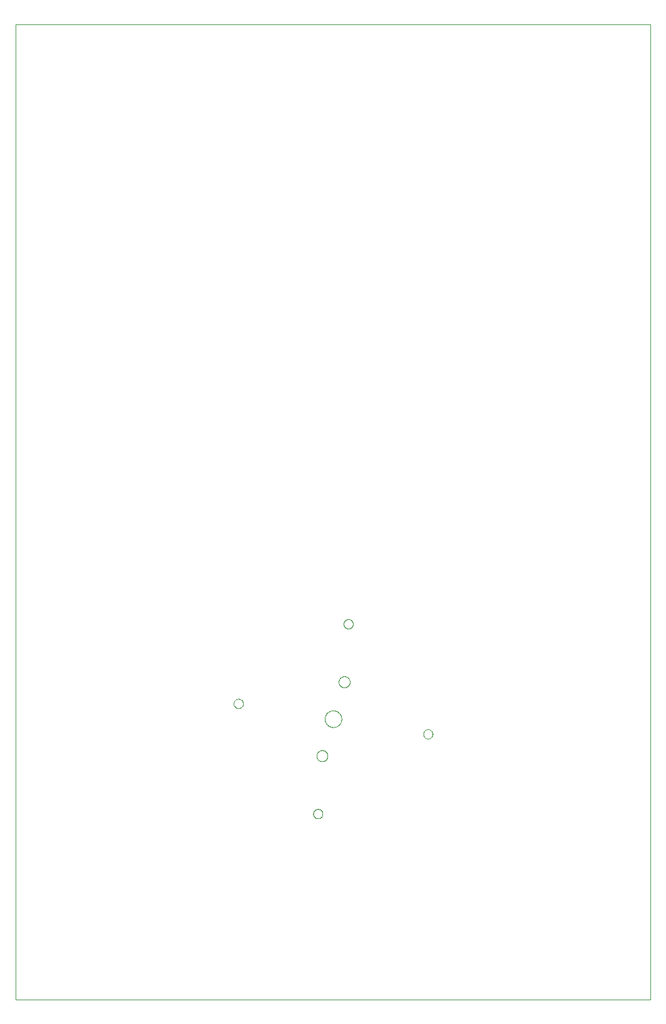
<source format=gko>
G75*
%MOIN*%
%OFA0B0*%
%FSLAX25Y25*%
%IPPOS*%
%LPD*%
%AMOC8*
5,1,8,0,0,1.08239X$1,22.5*
%
%ADD10C,0.00000*%
D10*
X0013061Y0016998D02*
X0013061Y0536683D01*
X0351644Y0536683D01*
X0351644Y0016998D01*
X0013061Y0016998D01*
X0129275Y0174707D02*
X0129277Y0174806D01*
X0129283Y0174906D01*
X0129293Y0175005D01*
X0129307Y0175103D01*
X0129324Y0175201D01*
X0129346Y0175298D01*
X0129371Y0175394D01*
X0129400Y0175489D01*
X0129433Y0175583D01*
X0129470Y0175675D01*
X0129510Y0175766D01*
X0129554Y0175855D01*
X0129602Y0175943D01*
X0129653Y0176028D01*
X0129707Y0176111D01*
X0129764Y0176193D01*
X0129825Y0176271D01*
X0129889Y0176348D01*
X0129955Y0176421D01*
X0130025Y0176492D01*
X0130097Y0176560D01*
X0130172Y0176626D01*
X0130250Y0176688D01*
X0130330Y0176747D01*
X0130412Y0176803D01*
X0130496Y0176855D01*
X0130583Y0176904D01*
X0130671Y0176950D01*
X0130761Y0176992D01*
X0130853Y0177031D01*
X0130946Y0177066D01*
X0131040Y0177097D01*
X0131136Y0177124D01*
X0131233Y0177147D01*
X0131330Y0177167D01*
X0131428Y0177183D01*
X0131527Y0177195D01*
X0131626Y0177203D01*
X0131725Y0177207D01*
X0131825Y0177207D01*
X0131924Y0177203D01*
X0132023Y0177195D01*
X0132122Y0177183D01*
X0132220Y0177167D01*
X0132317Y0177147D01*
X0132414Y0177124D01*
X0132510Y0177097D01*
X0132604Y0177066D01*
X0132697Y0177031D01*
X0132789Y0176992D01*
X0132879Y0176950D01*
X0132967Y0176904D01*
X0133054Y0176855D01*
X0133138Y0176803D01*
X0133220Y0176747D01*
X0133300Y0176688D01*
X0133378Y0176626D01*
X0133453Y0176560D01*
X0133525Y0176492D01*
X0133595Y0176421D01*
X0133661Y0176348D01*
X0133725Y0176271D01*
X0133786Y0176193D01*
X0133843Y0176111D01*
X0133897Y0176028D01*
X0133948Y0175943D01*
X0133996Y0175855D01*
X0134040Y0175766D01*
X0134080Y0175675D01*
X0134117Y0175583D01*
X0134150Y0175489D01*
X0134179Y0175394D01*
X0134204Y0175298D01*
X0134226Y0175201D01*
X0134243Y0175103D01*
X0134257Y0175005D01*
X0134267Y0174906D01*
X0134273Y0174806D01*
X0134275Y0174707D01*
X0134273Y0174608D01*
X0134267Y0174508D01*
X0134257Y0174409D01*
X0134243Y0174311D01*
X0134226Y0174213D01*
X0134204Y0174116D01*
X0134179Y0174020D01*
X0134150Y0173925D01*
X0134117Y0173831D01*
X0134080Y0173739D01*
X0134040Y0173648D01*
X0133996Y0173559D01*
X0133948Y0173471D01*
X0133897Y0173386D01*
X0133843Y0173303D01*
X0133786Y0173221D01*
X0133725Y0173143D01*
X0133661Y0173066D01*
X0133595Y0172993D01*
X0133525Y0172922D01*
X0133453Y0172854D01*
X0133378Y0172788D01*
X0133300Y0172726D01*
X0133220Y0172667D01*
X0133138Y0172611D01*
X0133054Y0172559D01*
X0132967Y0172510D01*
X0132879Y0172464D01*
X0132789Y0172422D01*
X0132697Y0172383D01*
X0132604Y0172348D01*
X0132510Y0172317D01*
X0132414Y0172290D01*
X0132317Y0172267D01*
X0132220Y0172247D01*
X0132122Y0172231D01*
X0132023Y0172219D01*
X0131924Y0172211D01*
X0131825Y0172207D01*
X0131725Y0172207D01*
X0131626Y0172211D01*
X0131527Y0172219D01*
X0131428Y0172231D01*
X0131330Y0172247D01*
X0131233Y0172267D01*
X0131136Y0172290D01*
X0131040Y0172317D01*
X0130946Y0172348D01*
X0130853Y0172383D01*
X0130761Y0172422D01*
X0130671Y0172464D01*
X0130583Y0172510D01*
X0130496Y0172559D01*
X0130412Y0172611D01*
X0130330Y0172667D01*
X0130250Y0172726D01*
X0130172Y0172788D01*
X0130097Y0172854D01*
X0130025Y0172922D01*
X0129955Y0172993D01*
X0129889Y0173066D01*
X0129825Y0173143D01*
X0129764Y0173221D01*
X0129707Y0173303D01*
X0129653Y0173386D01*
X0129602Y0173471D01*
X0129554Y0173559D01*
X0129510Y0173648D01*
X0129470Y0173739D01*
X0129433Y0173831D01*
X0129400Y0173925D01*
X0129371Y0174020D01*
X0129346Y0174116D01*
X0129324Y0174213D01*
X0129307Y0174311D01*
X0129293Y0174409D01*
X0129283Y0174508D01*
X0129277Y0174608D01*
X0129275Y0174707D01*
X0171750Y0116027D02*
X0171752Y0116126D01*
X0171758Y0116226D01*
X0171768Y0116325D01*
X0171782Y0116423D01*
X0171799Y0116521D01*
X0171821Y0116618D01*
X0171846Y0116714D01*
X0171875Y0116809D01*
X0171908Y0116903D01*
X0171945Y0116995D01*
X0171985Y0117086D01*
X0172029Y0117175D01*
X0172077Y0117263D01*
X0172128Y0117348D01*
X0172182Y0117431D01*
X0172239Y0117513D01*
X0172300Y0117591D01*
X0172364Y0117668D01*
X0172430Y0117741D01*
X0172500Y0117812D01*
X0172572Y0117880D01*
X0172647Y0117946D01*
X0172725Y0118008D01*
X0172805Y0118067D01*
X0172887Y0118123D01*
X0172971Y0118175D01*
X0173058Y0118224D01*
X0173146Y0118270D01*
X0173236Y0118312D01*
X0173328Y0118351D01*
X0173421Y0118386D01*
X0173515Y0118417D01*
X0173611Y0118444D01*
X0173708Y0118467D01*
X0173805Y0118487D01*
X0173903Y0118503D01*
X0174002Y0118515D01*
X0174101Y0118523D01*
X0174200Y0118527D01*
X0174300Y0118527D01*
X0174399Y0118523D01*
X0174498Y0118515D01*
X0174597Y0118503D01*
X0174695Y0118487D01*
X0174792Y0118467D01*
X0174889Y0118444D01*
X0174985Y0118417D01*
X0175079Y0118386D01*
X0175172Y0118351D01*
X0175264Y0118312D01*
X0175354Y0118270D01*
X0175442Y0118224D01*
X0175529Y0118175D01*
X0175613Y0118123D01*
X0175695Y0118067D01*
X0175775Y0118008D01*
X0175853Y0117946D01*
X0175928Y0117880D01*
X0176000Y0117812D01*
X0176070Y0117741D01*
X0176136Y0117668D01*
X0176200Y0117591D01*
X0176261Y0117513D01*
X0176318Y0117431D01*
X0176372Y0117348D01*
X0176423Y0117263D01*
X0176471Y0117175D01*
X0176515Y0117086D01*
X0176555Y0116995D01*
X0176592Y0116903D01*
X0176625Y0116809D01*
X0176654Y0116714D01*
X0176679Y0116618D01*
X0176701Y0116521D01*
X0176718Y0116423D01*
X0176732Y0116325D01*
X0176742Y0116226D01*
X0176748Y0116126D01*
X0176750Y0116027D01*
X0176748Y0115928D01*
X0176742Y0115828D01*
X0176732Y0115729D01*
X0176718Y0115631D01*
X0176701Y0115533D01*
X0176679Y0115436D01*
X0176654Y0115340D01*
X0176625Y0115245D01*
X0176592Y0115151D01*
X0176555Y0115059D01*
X0176515Y0114968D01*
X0176471Y0114879D01*
X0176423Y0114791D01*
X0176372Y0114706D01*
X0176318Y0114623D01*
X0176261Y0114541D01*
X0176200Y0114463D01*
X0176136Y0114386D01*
X0176070Y0114313D01*
X0176000Y0114242D01*
X0175928Y0114174D01*
X0175853Y0114108D01*
X0175775Y0114046D01*
X0175695Y0113987D01*
X0175613Y0113931D01*
X0175529Y0113879D01*
X0175442Y0113830D01*
X0175354Y0113784D01*
X0175264Y0113742D01*
X0175172Y0113703D01*
X0175079Y0113668D01*
X0174985Y0113637D01*
X0174889Y0113610D01*
X0174792Y0113587D01*
X0174695Y0113567D01*
X0174597Y0113551D01*
X0174498Y0113539D01*
X0174399Y0113531D01*
X0174300Y0113527D01*
X0174200Y0113527D01*
X0174101Y0113531D01*
X0174002Y0113539D01*
X0173903Y0113551D01*
X0173805Y0113567D01*
X0173708Y0113587D01*
X0173611Y0113610D01*
X0173515Y0113637D01*
X0173421Y0113668D01*
X0173328Y0113703D01*
X0173236Y0113742D01*
X0173146Y0113784D01*
X0173058Y0113830D01*
X0172971Y0113879D01*
X0172887Y0113931D01*
X0172805Y0113987D01*
X0172725Y0114046D01*
X0172647Y0114108D01*
X0172572Y0114174D01*
X0172500Y0114242D01*
X0172430Y0114313D01*
X0172364Y0114386D01*
X0172300Y0114463D01*
X0172239Y0114541D01*
X0172182Y0114623D01*
X0172128Y0114706D01*
X0172077Y0114791D01*
X0172029Y0114879D01*
X0171985Y0114968D01*
X0171945Y0115059D01*
X0171908Y0115151D01*
X0171875Y0115245D01*
X0171846Y0115340D01*
X0171821Y0115436D01*
X0171799Y0115533D01*
X0171782Y0115631D01*
X0171768Y0115729D01*
X0171758Y0115828D01*
X0171752Y0115928D01*
X0171750Y0116027D01*
X0173494Y0146919D02*
X0173496Y0147027D01*
X0173502Y0147136D01*
X0173512Y0147244D01*
X0173526Y0147351D01*
X0173544Y0147458D01*
X0173565Y0147565D01*
X0173591Y0147670D01*
X0173621Y0147775D01*
X0173654Y0147878D01*
X0173691Y0147980D01*
X0173732Y0148080D01*
X0173776Y0148179D01*
X0173825Y0148277D01*
X0173876Y0148372D01*
X0173931Y0148465D01*
X0173990Y0148557D01*
X0174052Y0148646D01*
X0174117Y0148733D01*
X0174185Y0148817D01*
X0174256Y0148899D01*
X0174330Y0148978D01*
X0174407Y0149054D01*
X0174487Y0149128D01*
X0174570Y0149198D01*
X0174655Y0149266D01*
X0174742Y0149330D01*
X0174832Y0149391D01*
X0174924Y0149449D01*
X0175018Y0149503D01*
X0175114Y0149554D01*
X0175211Y0149601D01*
X0175311Y0149645D01*
X0175412Y0149685D01*
X0175514Y0149721D01*
X0175617Y0149753D01*
X0175722Y0149782D01*
X0175828Y0149806D01*
X0175934Y0149827D01*
X0176041Y0149844D01*
X0176149Y0149857D01*
X0176257Y0149866D01*
X0176366Y0149871D01*
X0176474Y0149872D01*
X0176583Y0149869D01*
X0176691Y0149862D01*
X0176799Y0149851D01*
X0176906Y0149836D01*
X0177013Y0149817D01*
X0177119Y0149794D01*
X0177224Y0149768D01*
X0177329Y0149737D01*
X0177431Y0149703D01*
X0177533Y0149665D01*
X0177633Y0149623D01*
X0177732Y0149578D01*
X0177829Y0149529D01*
X0177923Y0149476D01*
X0178016Y0149420D01*
X0178107Y0149361D01*
X0178196Y0149298D01*
X0178282Y0149233D01*
X0178366Y0149164D01*
X0178447Y0149092D01*
X0178525Y0149017D01*
X0178601Y0148939D01*
X0178674Y0148858D01*
X0178744Y0148775D01*
X0178810Y0148690D01*
X0178874Y0148602D01*
X0178934Y0148511D01*
X0178991Y0148419D01*
X0179044Y0148324D01*
X0179094Y0148228D01*
X0179140Y0148130D01*
X0179183Y0148030D01*
X0179222Y0147929D01*
X0179257Y0147826D01*
X0179289Y0147723D01*
X0179316Y0147618D01*
X0179340Y0147512D01*
X0179360Y0147405D01*
X0179376Y0147298D01*
X0179388Y0147190D01*
X0179396Y0147082D01*
X0179400Y0146973D01*
X0179400Y0146865D01*
X0179396Y0146756D01*
X0179388Y0146648D01*
X0179376Y0146540D01*
X0179360Y0146433D01*
X0179340Y0146326D01*
X0179316Y0146220D01*
X0179289Y0146115D01*
X0179257Y0146012D01*
X0179222Y0145909D01*
X0179183Y0145808D01*
X0179140Y0145708D01*
X0179094Y0145610D01*
X0179044Y0145514D01*
X0178991Y0145419D01*
X0178934Y0145327D01*
X0178874Y0145236D01*
X0178810Y0145148D01*
X0178744Y0145063D01*
X0178674Y0144980D01*
X0178601Y0144899D01*
X0178525Y0144821D01*
X0178447Y0144746D01*
X0178366Y0144674D01*
X0178282Y0144605D01*
X0178196Y0144540D01*
X0178107Y0144477D01*
X0178016Y0144418D01*
X0177924Y0144362D01*
X0177829Y0144309D01*
X0177732Y0144260D01*
X0177633Y0144215D01*
X0177533Y0144173D01*
X0177431Y0144135D01*
X0177329Y0144101D01*
X0177224Y0144070D01*
X0177119Y0144044D01*
X0177013Y0144021D01*
X0176906Y0144002D01*
X0176799Y0143987D01*
X0176691Y0143976D01*
X0176583Y0143969D01*
X0176474Y0143966D01*
X0176366Y0143967D01*
X0176257Y0143972D01*
X0176149Y0143981D01*
X0176041Y0143994D01*
X0175934Y0144011D01*
X0175828Y0144032D01*
X0175722Y0144056D01*
X0175617Y0144085D01*
X0175514Y0144117D01*
X0175412Y0144153D01*
X0175311Y0144193D01*
X0175211Y0144237D01*
X0175114Y0144284D01*
X0175018Y0144335D01*
X0174924Y0144389D01*
X0174832Y0144447D01*
X0174742Y0144508D01*
X0174655Y0144572D01*
X0174570Y0144640D01*
X0174487Y0144710D01*
X0174407Y0144784D01*
X0174330Y0144860D01*
X0174256Y0144939D01*
X0174185Y0145021D01*
X0174117Y0145105D01*
X0174052Y0145192D01*
X0173990Y0145281D01*
X0173931Y0145373D01*
X0173876Y0145466D01*
X0173825Y0145561D01*
X0173776Y0145659D01*
X0173732Y0145758D01*
X0173691Y0145858D01*
X0173654Y0145960D01*
X0173621Y0146063D01*
X0173591Y0146168D01*
X0173565Y0146273D01*
X0173544Y0146380D01*
X0173526Y0146487D01*
X0173512Y0146594D01*
X0173502Y0146702D01*
X0173496Y0146811D01*
X0173494Y0146919D01*
X0177902Y0166604D02*
X0177904Y0166737D01*
X0177910Y0166870D01*
X0177920Y0167003D01*
X0177934Y0167135D01*
X0177952Y0167267D01*
X0177974Y0167399D01*
X0177999Y0167529D01*
X0178029Y0167659D01*
X0178062Y0167788D01*
X0178100Y0167916D01*
X0178141Y0168042D01*
X0178186Y0168168D01*
X0178234Y0168292D01*
X0178287Y0168414D01*
X0178343Y0168535D01*
X0178402Y0168654D01*
X0178465Y0168771D01*
X0178532Y0168886D01*
X0178602Y0169000D01*
X0178675Y0169111D01*
X0178752Y0169220D01*
X0178832Y0169326D01*
X0178915Y0169430D01*
X0179001Y0169532D01*
X0179090Y0169631D01*
X0179182Y0169727D01*
X0179277Y0169820D01*
X0179374Y0169911D01*
X0179475Y0169999D01*
X0179577Y0170083D01*
X0179683Y0170165D01*
X0179791Y0170243D01*
X0179901Y0170318D01*
X0180013Y0170390D01*
X0180127Y0170458D01*
X0180243Y0170523D01*
X0180361Y0170584D01*
X0180481Y0170642D01*
X0180603Y0170696D01*
X0180726Y0170746D01*
X0180851Y0170793D01*
X0180977Y0170836D01*
X0181104Y0170875D01*
X0181232Y0170911D01*
X0181362Y0170942D01*
X0181492Y0170970D01*
X0181623Y0170994D01*
X0181755Y0171014D01*
X0181887Y0171030D01*
X0182019Y0171042D01*
X0182152Y0171050D01*
X0182285Y0171054D01*
X0182419Y0171054D01*
X0182552Y0171050D01*
X0182685Y0171042D01*
X0182817Y0171030D01*
X0182949Y0171014D01*
X0183081Y0170994D01*
X0183212Y0170970D01*
X0183342Y0170942D01*
X0183472Y0170911D01*
X0183600Y0170875D01*
X0183727Y0170836D01*
X0183853Y0170793D01*
X0183978Y0170746D01*
X0184101Y0170696D01*
X0184223Y0170642D01*
X0184343Y0170584D01*
X0184461Y0170523D01*
X0184577Y0170458D01*
X0184691Y0170390D01*
X0184803Y0170318D01*
X0184913Y0170243D01*
X0185021Y0170165D01*
X0185127Y0170083D01*
X0185229Y0169999D01*
X0185330Y0169911D01*
X0185427Y0169820D01*
X0185522Y0169727D01*
X0185614Y0169631D01*
X0185703Y0169532D01*
X0185789Y0169430D01*
X0185872Y0169326D01*
X0185952Y0169220D01*
X0186029Y0169111D01*
X0186102Y0169000D01*
X0186172Y0168886D01*
X0186239Y0168771D01*
X0186302Y0168654D01*
X0186361Y0168535D01*
X0186417Y0168414D01*
X0186470Y0168292D01*
X0186518Y0168168D01*
X0186563Y0168042D01*
X0186604Y0167916D01*
X0186642Y0167788D01*
X0186675Y0167659D01*
X0186705Y0167529D01*
X0186730Y0167399D01*
X0186752Y0167267D01*
X0186770Y0167135D01*
X0186784Y0167003D01*
X0186794Y0166870D01*
X0186800Y0166737D01*
X0186802Y0166604D01*
X0186800Y0166471D01*
X0186794Y0166338D01*
X0186784Y0166205D01*
X0186770Y0166073D01*
X0186752Y0165941D01*
X0186730Y0165809D01*
X0186705Y0165679D01*
X0186675Y0165549D01*
X0186642Y0165420D01*
X0186604Y0165292D01*
X0186563Y0165166D01*
X0186518Y0165040D01*
X0186470Y0164916D01*
X0186417Y0164794D01*
X0186361Y0164673D01*
X0186302Y0164554D01*
X0186239Y0164437D01*
X0186172Y0164322D01*
X0186102Y0164208D01*
X0186029Y0164097D01*
X0185952Y0163988D01*
X0185872Y0163882D01*
X0185789Y0163778D01*
X0185703Y0163676D01*
X0185614Y0163577D01*
X0185522Y0163481D01*
X0185427Y0163388D01*
X0185330Y0163297D01*
X0185229Y0163209D01*
X0185127Y0163125D01*
X0185021Y0163043D01*
X0184913Y0162965D01*
X0184803Y0162890D01*
X0184691Y0162818D01*
X0184577Y0162750D01*
X0184461Y0162685D01*
X0184343Y0162624D01*
X0184223Y0162566D01*
X0184101Y0162512D01*
X0183978Y0162462D01*
X0183853Y0162415D01*
X0183727Y0162372D01*
X0183600Y0162333D01*
X0183472Y0162297D01*
X0183342Y0162266D01*
X0183212Y0162238D01*
X0183081Y0162214D01*
X0182949Y0162194D01*
X0182817Y0162178D01*
X0182685Y0162166D01*
X0182552Y0162158D01*
X0182419Y0162154D01*
X0182285Y0162154D01*
X0182152Y0162158D01*
X0182019Y0162166D01*
X0181887Y0162178D01*
X0181755Y0162194D01*
X0181623Y0162214D01*
X0181492Y0162238D01*
X0181362Y0162266D01*
X0181232Y0162297D01*
X0181104Y0162333D01*
X0180977Y0162372D01*
X0180851Y0162415D01*
X0180726Y0162462D01*
X0180603Y0162512D01*
X0180481Y0162566D01*
X0180361Y0162624D01*
X0180243Y0162685D01*
X0180127Y0162750D01*
X0180013Y0162818D01*
X0179901Y0162890D01*
X0179791Y0162965D01*
X0179683Y0163043D01*
X0179577Y0163125D01*
X0179475Y0163209D01*
X0179374Y0163297D01*
X0179277Y0163388D01*
X0179182Y0163481D01*
X0179090Y0163577D01*
X0179001Y0163676D01*
X0178915Y0163778D01*
X0178832Y0163882D01*
X0178752Y0163988D01*
X0178675Y0164097D01*
X0178602Y0164208D01*
X0178532Y0164322D01*
X0178465Y0164437D01*
X0178402Y0164554D01*
X0178343Y0164673D01*
X0178287Y0164794D01*
X0178234Y0164916D01*
X0178186Y0165040D01*
X0178141Y0165166D01*
X0178100Y0165292D01*
X0178062Y0165420D01*
X0178029Y0165549D01*
X0177999Y0165679D01*
X0177974Y0165809D01*
X0177952Y0165941D01*
X0177934Y0166073D01*
X0177920Y0166205D01*
X0177910Y0166338D01*
X0177904Y0166471D01*
X0177902Y0166604D01*
X0185305Y0186289D02*
X0185307Y0186397D01*
X0185313Y0186506D01*
X0185323Y0186614D01*
X0185337Y0186721D01*
X0185355Y0186828D01*
X0185376Y0186935D01*
X0185402Y0187040D01*
X0185432Y0187145D01*
X0185465Y0187248D01*
X0185502Y0187350D01*
X0185543Y0187450D01*
X0185587Y0187549D01*
X0185636Y0187647D01*
X0185687Y0187742D01*
X0185742Y0187835D01*
X0185801Y0187927D01*
X0185863Y0188016D01*
X0185928Y0188103D01*
X0185996Y0188187D01*
X0186067Y0188269D01*
X0186141Y0188348D01*
X0186218Y0188424D01*
X0186298Y0188498D01*
X0186381Y0188568D01*
X0186466Y0188636D01*
X0186553Y0188700D01*
X0186643Y0188761D01*
X0186735Y0188819D01*
X0186829Y0188873D01*
X0186925Y0188924D01*
X0187022Y0188971D01*
X0187122Y0189015D01*
X0187223Y0189055D01*
X0187325Y0189091D01*
X0187428Y0189123D01*
X0187533Y0189152D01*
X0187639Y0189176D01*
X0187745Y0189197D01*
X0187852Y0189214D01*
X0187960Y0189227D01*
X0188068Y0189236D01*
X0188177Y0189241D01*
X0188285Y0189242D01*
X0188394Y0189239D01*
X0188502Y0189232D01*
X0188610Y0189221D01*
X0188717Y0189206D01*
X0188824Y0189187D01*
X0188930Y0189164D01*
X0189035Y0189138D01*
X0189140Y0189107D01*
X0189242Y0189073D01*
X0189344Y0189035D01*
X0189444Y0188993D01*
X0189543Y0188948D01*
X0189640Y0188899D01*
X0189734Y0188846D01*
X0189827Y0188790D01*
X0189918Y0188731D01*
X0190007Y0188668D01*
X0190093Y0188603D01*
X0190177Y0188534D01*
X0190258Y0188462D01*
X0190336Y0188387D01*
X0190412Y0188309D01*
X0190485Y0188228D01*
X0190555Y0188145D01*
X0190621Y0188060D01*
X0190685Y0187972D01*
X0190745Y0187881D01*
X0190802Y0187789D01*
X0190855Y0187694D01*
X0190905Y0187598D01*
X0190951Y0187500D01*
X0190994Y0187400D01*
X0191033Y0187299D01*
X0191068Y0187196D01*
X0191100Y0187093D01*
X0191127Y0186988D01*
X0191151Y0186882D01*
X0191171Y0186775D01*
X0191187Y0186668D01*
X0191199Y0186560D01*
X0191207Y0186452D01*
X0191211Y0186343D01*
X0191211Y0186235D01*
X0191207Y0186126D01*
X0191199Y0186018D01*
X0191187Y0185910D01*
X0191171Y0185803D01*
X0191151Y0185696D01*
X0191127Y0185590D01*
X0191100Y0185485D01*
X0191068Y0185382D01*
X0191033Y0185279D01*
X0190994Y0185178D01*
X0190951Y0185078D01*
X0190905Y0184980D01*
X0190855Y0184884D01*
X0190802Y0184789D01*
X0190745Y0184697D01*
X0190685Y0184606D01*
X0190621Y0184518D01*
X0190555Y0184433D01*
X0190485Y0184350D01*
X0190412Y0184269D01*
X0190336Y0184191D01*
X0190258Y0184116D01*
X0190177Y0184044D01*
X0190093Y0183975D01*
X0190007Y0183910D01*
X0189918Y0183847D01*
X0189827Y0183788D01*
X0189735Y0183732D01*
X0189640Y0183679D01*
X0189543Y0183630D01*
X0189444Y0183585D01*
X0189344Y0183543D01*
X0189242Y0183505D01*
X0189140Y0183471D01*
X0189035Y0183440D01*
X0188930Y0183414D01*
X0188824Y0183391D01*
X0188717Y0183372D01*
X0188610Y0183357D01*
X0188502Y0183346D01*
X0188394Y0183339D01*
X0188285Y0183336D01*
X0188177Y0183337D01*
X0188068Y0183342D01*
X0187960Y0183351D01*
X0187852Y0183364D01*
X0187745Y0183381D01*
X0187639Y0183402D01*
X0187533Y0183426D01*
X0187428Y0183455D01*
X0187325Y0183487D01*
X0187223Y0183523D01*
X0187122Y0183563D01*
X0187022Y0183607D01*
X0186925Y0183654D01*
X0186829Y0183705D01*
X0186735Y0183759D01*
X0186643Y0183817D01*
X0186553Y0183878D01*
X0186466Y0183942D01*
X0186381Y0184010D01*
X0186298Y0184080D01*
X0186218Y0184154D01*
X0186141Y0184230D01*
X0186067Y0184309D01*
X0185996Y0184391D01*
X0185928Y0184475D01*
X0185863Y0184562D01*
X0185801Y0184651D01*
X0185742Y0184743D01*
X0185687Y0184836D01*
X0185636Y0184931D01*
X0185587Y0185029D01*
X0185543Y0185128D01*
X0185502Y0185228D01*
X0185465Y0185330D01*
X0185432Y0185433D01*
X0185402Y0185538D01*
X0185376Y0185643D01*
X0185355Y0185750D01*
X0185337Y0185857D01*
X0185323Y0185964D01*
X0185313Y0186072D01*
X0185307Y0186181D01*
X0185305Y0186289D01*
X0187955Y0217182D02*
X0187957Y0217281D01*
X0187963Y0217381D01*
X0187973Y0217480D01*
X0187987Y0217578D01*
X0188004Y0217676D01*
X0188026Y0217773D01*
X0188051Y0217869D01*
X0188080Y0217964D01*
X0188113Y0218058D01*
X0188150Y0218150D01*
X0188190Y0218241D01*
X0188234Y0218330D01*
X0188282Y0218418D01*
X0188333Y0218503D01*
X0188387Y0218586D01*
X0188444Y0218668D01*
X0188505Y0218746D01*
X0188569Y0218823D01*
X0188635Y0218896D01*
X0188705Y0218967D01*
X0188777Y0219035D01*
X0188852Y0219101D01*
X0188930Y0219163D01*
X0189010Y0219222D01*
X0189092Y0219278D01*
X0189176Y0219330D01*
X0189263Y0219379D01*
X0189351Y0219425D01*
X0189441Y0219467D01*
X0189533Y0219506D01*
X0189626Y0219541D01*
X0189720Y0219572D01*
X0189816Y0219599D01*
X0189913Y0219622D01*
X0190010Y0219642D01*
X0190108Y0219658D01*
X0190207Y0219670D01*
X0190306Y0219678D01*
X0190405Y0219682D01*
X0190505Y0219682D01*
X0190604Y0219678D01*
X0190703Y0219670D01*
X0190802Y0219658D01*
X0190900Y0219642D01*
X0190997Y0219622D01*
X0191094Y0219599D01*
X0191190Y0219572D01*
X0191284Y0219541D01*
X0191377Y0219506D01*
X0191469Y0219467D01*
X0191559Y0219425D01*
X0191647Y0219379D01*
X0191734Y0219330D01*
X0191818Y0219278D01*
X0191900Y0219222D01*
X0191980Y0219163D01*
X0192058Y0219101D01*
X0192133Y0219035D01*
X0192205Y0218967D01*
X0192275Y0218896D01*
X0192341Y0218823D01*
X0192405Y0218746D01*
X0192466Y0218668D01*
X0192523Y0218586D01*
X0192577Y0218503D01*
X0192628Y0218418D01*
X0192676Y0218330D01*
X0192720Y0218241D01*
X0192760Y0218150D01*
X0192797Y0218058D01*
X0192830Y0217964D01*
X0192859Y0217869D01*
X0192884Y0217773D01*
X0192906Y0217676D01*
X0192923Y0217578D01*
X0192937Y0217480D01*
X0192947Y0217381D01*
X0192953Y0217281D01*
X0192955Y0217182D01*
X0192953Y0217083D01*
X0192947Y0216983D01*
X0192937Y0216884D01*
X0192923Y0216786D01*
X0192906Y0216688D01*
X0192884Y0216591D01*
X0192859Y0216495D01*
X0192830Y0216400D01*
X0192797Y0216306D01*
X0192760Y0216214D01*
X0192720Y0216123D01*
X0192676Y0216034D01*
X0192628Y0215946D01*
X0192577Y0215861D01*
X0192523Y0215778D01*
X0192466Y0215696D01*
X0192405Y0215618D01*
X0192341Y0215541D01*
X0192275Y0215468D01*
X0192205Y0215397D01*
X0192133Y0215329D01*
X0192058Y0215263D01*
X0191980Y0215201D01*
X0191900Y0215142D01*
X0191818Y0215086D01*
X0191734Y0215034D01*
X0191647Y0214985D01*
X0191559Y0214939D01*
X0191469Y0214897D01*
X0191377Y0214858D01*
X0191284Y0214823D01*
X0191190Y0214792D01*
X0191094Y0214765D01*
X0190997Y0214742D01*
X0190900Y0214722D01*
X0190802Y0214706D01*
X0190703Y0214694D01*
X0190604Y0214686D01*
X0190505Y0214682D01*
X0190405Y0214682D01*
X0190306Y0214686D01*
X0190207Y0214694D01*
X0190108Y0214706D01*
X0190010Y0214722D01*
X0189913Y0214742D01*
X0189816Y0214765D01*
X0189720Y0214792D01*
X0189626Y0214823D01*
X0189533Y0214858D01*
X0189441Y0214897D01*
X0189351Y0214939D01*
X0189263Y0214985D01*
X0189176Y0215034D01*
X0189092Y0215086D01*
X0189010Y0215142D01*
X0188930Y0215201D01*
X0188852Y0215263D01*
X0188777Y0215329D01*
X0188705Y0215397D01*
X0188635Y0215468D01*
X0188569Y0215541D01*
X0188505Y0215618D01*
X0188444Y0215696D01*
X0188387Y0215778D01*
X0188333Y0215861D01*
X0188282Y0215946D01*
X0188234Y0216034D01*
X0188190Y0216123D01*
X0188150Y0216214D01*
X0188113Y0216306D01*
X0188080Y0216400D01*
X0188051Y0216495D01*
X0188026Y0216591D01*
X0188004Y0216688D01*
X0187987Y0216786D01*
X0187973Y0216884D01*
X0187963Y0216983D01*
X0187957Y0217083D01*
X0187955Y0217182D01*
X0230430Y0158502D02*
X0230432Y0158601D01*
X0230438Y0158701D01*
X0230448Y0158800D01*
X0230462Y0158898D01*
X0230479Y0158996D01*
X0230501Y0159093D01*
X0230526Y0159189D01*
X0230555Y0159284D01*
X0230588Y0159378D01*
X0230625Y0159470D01*
X0230665Y0159561D01*
X0230709Y0159650D01*
X0230757Y0159738D01*
X0230808Y0159823D01*
X0230862Y0159906D01*
X0230919Y0159988D01*
X0230980Y0160066D01*
X0231044Y0160143D01*
X0231110Y0160216D01*
X0231180Y0160287D01*
X0231252Y0160355D01*
X0231327Y0160421D01*
X0231405Y0160483D01*
X0231485Y0160542D01*
X0231567Y0160598D01*
X0231651Y0160650D01*
X0231738Y0160699D01*
X0231826Y0160745D01*
X0231916Y0160787D01*
X0232008Y0160826D01*
X0232101Y0160861D01*
X0232195Y0160892D01*
X0232291Y0160919D01*
X0232388Y0160942D01*
X0232485Y0160962D01*
X0232583Y0160978D01*
X0232682Y0160990D01*
X0232781Y0160998D01*
X0232880Y0161002D01*
X0232980Y0161002D01*
X0233079Y0160998D01*
X0233178Y0160990D01*
X0233277Y0160978D01*
X0233375Y0160962D01*
X0233472Y0160942D01*
X0233569Y0160919D01*
X0233665Y0160892D01*
X0233759Y0160861D01*
X0233852Y0160826D01*
X0233944Y0160787D01*
X0234034Y0160745D01*
X0234122Y0160699D01*
X0234209Y0160650D01*
X0234293Y0160598D01*
X0234375Y0160542D01*
X0234455Y0160483D01*
X0234533Y0160421D01*
X0234608Y0160355D01*
X0234680Y0160287D01*
X0234750Y0160216D01*
X0234816Y0160143D01*
X0234880Y0160066D01*
X0234941Y0159988D01*
X0234998Y0159906D01*
X0235052Y0159823D01*
X0235103Y0159738D01*
X0235151Y0159650D01*
X0235195Y0159561D01*
X0235235Y0159470D01*
X0235272Y0159378D01*
X0235305Y0159284D01*
X0235334Y0159189D01*
X0235359Y0159093D01*
X0235381Y0158996D01*
X0235398Y0158898D01*
X0235412Y0158800D01*
X0235422Y0158701D01*
X0235428Y0158601D01*
X0235430Y0158502D01*
X0235428Y0158403D01*
X0235422Y0158303D01*
X0235412Y0158204D01*
X0235398Y0158106D01*
X0235381Y0158008D01*
X0235359Y0157911D01*
X0235334Y0157815D01*
X0235305Y0157720D01*
X0235272Y0157626D01*
X0235235Y0157534D01*
X0235195Y0157443D01*
X0235151Y0157354D01*
X0235103Y0157266D01*
X0235052Y0157181D01*
X0234998Y0157098D01*
X0234941Y0157016D01*
X0234880Y0156938D01*
X0234816Y0156861D01*
X0234750Y0156788D01*
X0234680Y0156717D01*
X0234608Y0156649D01*
X0234533Y0156583D01*
X0234455Y0156521D01*
X0234375Y0156462D01*
X0234293Y0156406D01*
X0234209Y0156354D01*
X0234122Y0156305D01*
X0234034Y0156259D01*
X0233944Y0156217D01*
X0233852Y0156178D01*
X0233759Y0156143D01*
X0233665Y0156112D01*
X0233569Y0156085D01*
X0233472Y0156062D01*
X0233375Y0156042D01*
X0233277Y0156026D01*
X0233178Y0156014D01*
X0233079Y0156006D01*
X0232980Y0156002D01*
X0232880Y0156002D01*
X0232781Y0156006D01*
X0232682Y0156014D01*
X0232583Y0156026D01*
X0232485Y0156042D01*
X0232388Y0156062D01*
X0232291Y0156085D01*
X0232195Y0156112D01*
X0232101Y0156143D01*
X0232008Y0156178D01*
X0231916Y0156217D01*
X0231826Y0156259D01*
X0231738Y0156305D01*
X0231651Y0156354D01*
X0231567Y0156406D01*
X0231485Y0156462D01*
X0231405Y0156521D01*
X0231327Y0156583D01*
X0231252Y0156649D01*
X0231180Y0156717D01*
X0231110Y0156788D01*
X0231044Y0156861D01*
X0230980Y0156938D01*
X0230919Y0157016D01*
X0230862Y0157098D01*
X0230808Y0157181D01*
X0230757Y0157266D01*
X0230709Y0157354D01*
X0230665Y0157443D01*
X0230625Y0157534D01*
X0230588Y0157626D01*
X0230555Y0157720D01*
X0230526Y0157815D01*
X0230501Y0157911D01*
X0230479Y0158008D01*
X0230462Y0158106D01*
X0230448Y0158204D01*
X0230438Y0158303D01*
X0230432Y0158403D01*
X0230430Y0158502D01*
M02*

</source>
